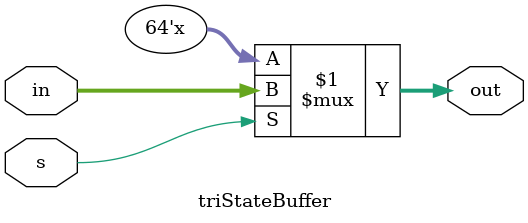
<source format=v>
module alu_reg (f, dout, status, din, k, fs, addrR, addrA, addrB, s, sb, sd, c0, w, clk, rst);
	output [63:0] dout;							// in-out port
	output [63:0] f;								// ALU result
	output [3:0]  status;						// ALU status 
	input  [63:0] din;							// data in
	input  [63:0] k;
	input  [4:0]  addrR, addrA, addrB;		// register file decoder and mux addresses
	input  [4:0]  fs;								// ALU function select
	input  sb, sd;									// tristate buffer enables
	input  s;
	input  w, clk, rst;							// write, clock, reset
	input  c0;										// ALU carry in
	
	wire [63:0] dataA, dataB;
	wire [63:0] mout;
	
	wire [63:0] R0, R1, R3, R5, R20, R21, R22, R23;
	
	register_file u0 (w, addrR, din, rst, addrA, addrB, clk, dataA, dataB, R0, R1, R3, R5, R20, R21, R22, R23);
	alu 			  u1 (dataA, mout, fs, c0, f, status);
	
	mux2_1 m1 (mout, dataB, k, s);			// b mux
	
	triStateBuffer tsb0 (dout, dataB, sb);	// dataB tristate buffer
	triStateBuffer tsb1 (dout, f, sd);   	// data tristate buffer

endmodule 

module mux2_1 (out, in0, in1, s);
	output [63:0] out;
	input  [63:0] in0, in1;
	input  s;
	
	assign out = s ? in1 : in0;
	
endmodule 

module triStateBuffer (out, in, s);
	output [63:0] out;
	input  [63:0] in;
	input  s;
	
	assign out = s ? in : 64'bz;
	
endmodule 
</source>
